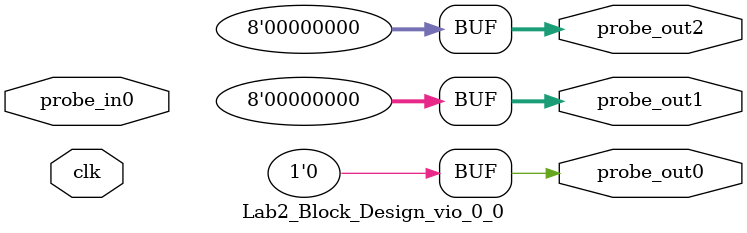
<source format=v>
`timescale 1ns / 1ps
module Lab2_Block_Design_vio_0_0 (
clk,
probe_in0,
probe_out0,
probe_out1,
probe_out2
);

input clk;
input [8 : 0] probe_in0;

output reg [0 : 0] probe_out0 = 'h0 ;
output reg [7 : 0] probe_out1 = 'h00 ;
output reg [7 : 0] probe_out2 = 'h00 ;


endmodule

</source>
